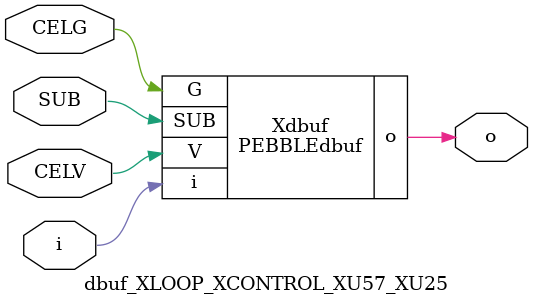
<source format=v>



module PEBBLEdbuf ( o, G, SUB, V, i );

  input V;
  input i;
  input G;
  output o;
  input SUB;
endmodule

//Celera Confidential Do Not Copy dbuf_XLOOP_XCONTROL_XU57_XU25
//Celera Confidential Symbol Generator
//Digital Buffer
module dbuf_XLOOP_XCONTROL_XU57_XU25 (CELV,CELG,i,o,SUB);
input CELV;
input CELG;
input i;
input SUB;
output o;

//Celera Confidential Do Not Copy dbuf
PEBBLEdbuf Xdbuf(
.V (CELV),
.i (i),
.o (o),
.SUB (SUB),
.G (CELG)
);
//,diesize,PEBBLEdbuf

//Celera Confidential Do Not Copy Module End
//Celera Schematic Generator
endmodule

</source>
